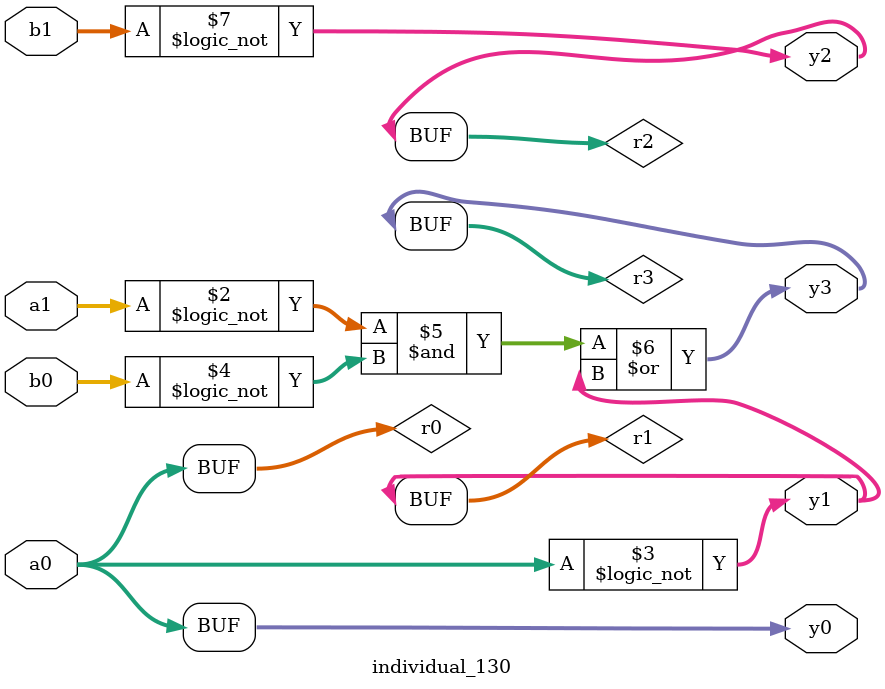
<source format=sv>
module individual_130(input logic [15:0] a1, input logic [15:0] a0, input logic [15:0] b1, input logic [15:0] b0, output logic [15:0] y3, output logic [15:0] y2, output logic [15:0] y1, output logic [15:0] y0);
logic [15:0] r0, r1, r2, r3; 
 always@(*) begin 
	 r0 = a0; r1 = a1; r2 = b0; r3 = b1; 
 	 r3 = ! r1 ;
 	 r1 = ! a0 ;
 	 r2 = ! b0 ;
 	 r3  &=  r2 ;
 	 r3  |=  r1 ;
 	 r2 = ! b1 ;
 	 y3 = r3; y2 = r2; y1 = r1; y0 = r0; 
end
endmodule
</source>
